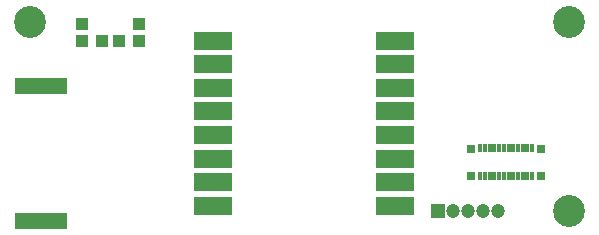
<source format=gts>
G04*
G04 #@! TF.GenerationSoftware,Altium Limited,Altium Designer,19.1.5 (86)*
G04*
G04 Layer_Color=8388736*
%FSLAX25Y25*%
%MOIN*%
G70*
G01*
G75*
%ADD20R,0.17323X0.05512*%
%ADD21R,0.17323X0.05512*%
%ADD22R,0.12611X0.06312*%
%ADD23R,0.02769X0.02650*%
%ADD24R,0.01745X0.02572*%
%ADD25R,0.04343X0.03950*%
%ADD26R,0.03950X0.04343*%
%ADD27C,0.04737*%
%ADD28R,0.04737X0.04737*%
%ADD29C,0.10642*%
D20*
X11416Y49272D02*
D03*
D21*
X11417Y4390D02*
D03*
D22*
X129528Y9449D02*
D03*
Y17323D02*
D03*
Y25197D02*
D03*
Y33071D02*
D03*
Y40945D02*
D03*
Y48819D02*
D03*
Y56693D02*
D03*
Y64567D02*
D03*
X68898D02*
D03*
Y56693D02*
D03*
Y48819D02*
D03*
Y40945D02*
D03*
Y33071D02*
D03*
Y25197D02*
D03*
Y17323D02*
D03*
Y9449D02*
D03*
D23*
X178150Y28524D02*
D03*
Y19508D02*
D03*
X154921D02*
D03*
Y28524D02*
D03*
D24*
X175197Y28642D02*
D03*
Y19390D02*
D03*
X173622Y28642D02*
D03*
Y19390D02*
D03*
X172047Y28642D02*
D03*
Y19390D02*
D03*
X170472Y28642D02*
D03*
Y19390D02*
D03*
X168898Y28642D02*
D03*
Y19390D02*
D03*
X167323Y28642D02*
D03*
Y19390D02*
D03*
X165748Y28642D02*
D03*
Y19390D02*
D03*
X164173Y28642D02*
D03*
Y19390D02*
D03*
X162598Y28642D02*
D03*
Y19390D02*
D03*
X161024Y28642D02*
D03*
Y19390D02*
D03*
X159449Y28642D02*
D03*
Y19390D02*
D03*
X157874Y28642D02*
D03*
Y19390D02*
D03*
D25*
X44094Y64567D02*
D03*
Y70079D02*
D03*
X25197Y64567D02*
D03*
Y70079D02*
D03*
D26*
X31890Y64567D02*
D03*
X37402D02*
D03*
D27*
X163661Y7874D02*
D03*
X158661D02*
D03*
X153661D02*
D03*
X148661D02*
D03*
D28*
X143661D02*
D03*
D29*
X187402D02*
D03*
Y70866D02*
D03*
X7874D02*
D03*
M02*

</source>
